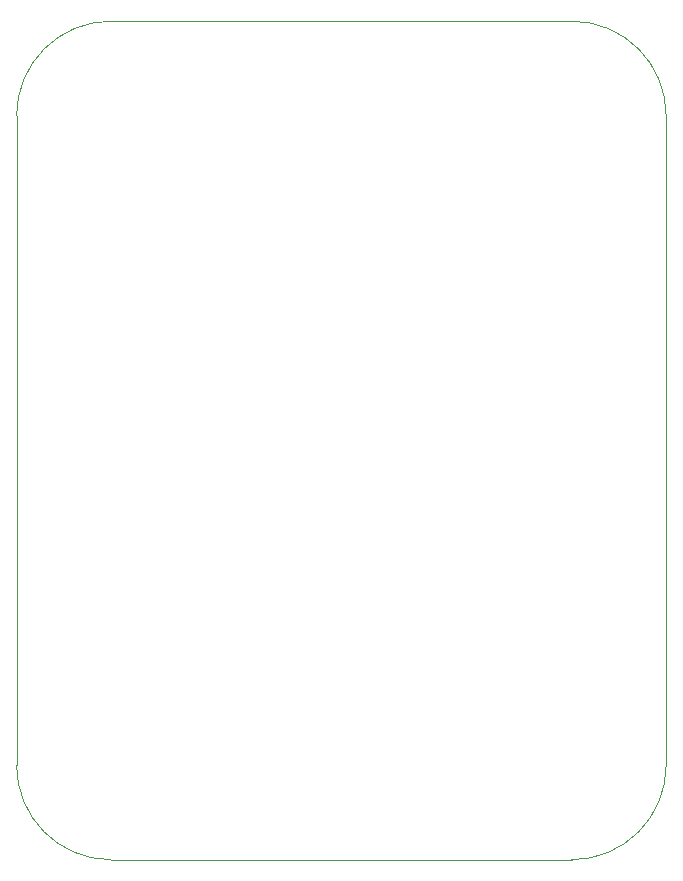
<source format=gbr>
%TF.GenerationSoftware,KiCad,Pcbnew,(5.1.6)-1*%
%TF.CreationDate,2021-01-08T17:07:45+01:00*%
%TF.ProjectId,stm32L412K8T6,73746d33-324c-4343-9132-4b3854362e6b,rev?*%
%TF.SameCoordinates,Original*%
%TF.FileFunction,Profile,NP*%
%FSLAX46Y46*%
G04 Gerber Fmt 4.6, Leading zero omitted, Abs format (unit mm)*
G04 Created by KiCad (PCBNEW (5.1.6)-1) date 2021-01-08 17:07:45*
%MOMM*%
%LPD*%
G01*
G04 APERTURE LIST*
%TA.AperFunction,Profile*%
%ADD10C,0.050000*%
%TD*%
G04 APERTURE END LIST*
D10*
X124000000Y-128000000D02*
G75*
G02*
X116000000Y-120000000I0J8000000D01*
G01*
X171000000Y-120000000D02*
G75*
G02*
X163000000Y-128000000I-8000000J0D01*
G01*
X163000000Y-57000000D02*
G75*
G02*
X171000000Y-65000000I0J-8000000D01*
G01*
X116000000Y-65000000D02*
G75*
G02*
X124000000Y-57000000I8000000J0D01*
G01*
X116000000Y-65000000D02*
X116000000Y-120000000D01*
X163000000Y-57000000D02*
X124000000Y-57000000D01*
X171000000Y-120000000D02*
X171000000Y-65000000D01*
X124000000Y-128000000D02*
X163000000Y-128000000D01*
M02*

</source>
